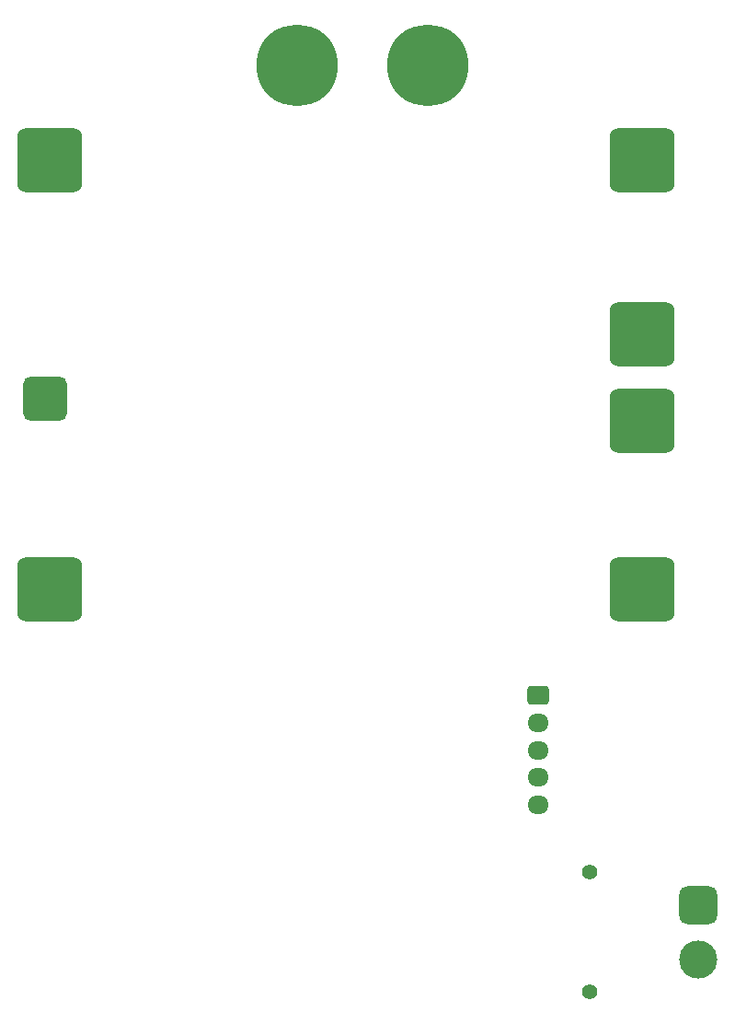
<source format=gts>
G04 #@! TF.GenerationSoftware,KiCad,Pcbnew,9.0.5*
G04 #@! TF.CreationDate,2025-12-18T19:52:08+01:00*
G04 #@! TF.ProjectId,peak-ignitor-box-bms,7065616b-2d69-4676-9e69-746f722d626f,rev?*
G04 #@! TF.SameCoordinates,Original*
G04 #@! TF.FileFunction,Soldermask,Top*
G04 #@! TF.FilePolarity,Negative*
%FSLAX46Y46*%
G04 Gerber Fmt 4.6, Leading zero omitted, Abs format (unit mm)*
G04 Created by KiCad (PCBNEW 9.0.5) date 2025-12-18 19:52:08*
%MOMM*%
%LPD*%
G01*
G04 APERTURE LIST*
G04 Aperture macros list*
%AMRoundRect*
0 Rectangle with rounded corners*
0 $1 Rounding radius*
0 $2 $3 $4 $5 $6 $7 $8 $9 X,Y pos of 4 corners*
0 Add a 4 corners polygon primitive as box body*
4,1,4,$2,$3,$4,$5,$6,$7,$8,$9,$2,$3,0*
0 Add four circle primitives for the rounded corners*
1,1,$1+$1,$2,$3*
1,1,$1+$1,$4,$5*
1,1,$1+$1,$6,$7*
1,1,$1+$1,$8,$9*
0 Add four rect primitives between the rounded corners*
20,1,$1+$1,$2,$3,$4,$5,0*
20,1,$1+$1,$4,$5,$6,$7,0*
20,1,$1+$1,$6,$7,$8,$9,0*
20,1,$1+$1,$8,$9,$2,$3,0*%
G04 Aperture macros list end*
%ADD10C,7.500000*%
%ADD11RoundRect,0.250000X-0.725000X0.600000X-0.725000X-0.600000X0.725000X-0.600000X0.725000X0.600000X0*%
%ADD12O,1.950000X1.700000*%
%ADD13RoundRect,0.900000X-2.100000X-2.100000X2.100000X-2.100000X2.100000X2.100000X-2.100000X2.100000X0*%
%ADD14RoundRect,0.600000X-1.400000X-1.400000X1.400000X-1.400000X1.400000X1.400000X-1.400000X1.400000X0*%
%ADD15C,1.400000*%
%ADD16RoundRect,0.770000X0.980000X-0.980000X0.980000X0.980000X-0.980000X0.980000X-0.980000X-0.980000X0*%
%ADD17C,3.500000*%
G04 APERTURE END LIST*
D10*
X115996592Y-27990385D03*
X127981116Y-27996701D03*
D11*
X138150000Y-85950000D03*
D12*
X138150000Y-88450000D03*
X138150000Y-90950000D03*
X138150000Y-93450000D03*
X138150000Y-95950000D03*
D13*
X147723869Y-52685129D03*
X147723869Y-60685129D03*
X93223869Y-76185129D03*
X147723869Y-76185129D03*
D14*
X92723869Y-58685129D03*
D13*
X93223869Y-36685129D03*
X147723869Y-36685129D03*
D15*
X142909018Y-113195107D03*
X142909018Y-102195107D03*
D16*
X152909018Y-105195107D03*
D17*
X152909018Y-110195107D03*
M02*

</source>
